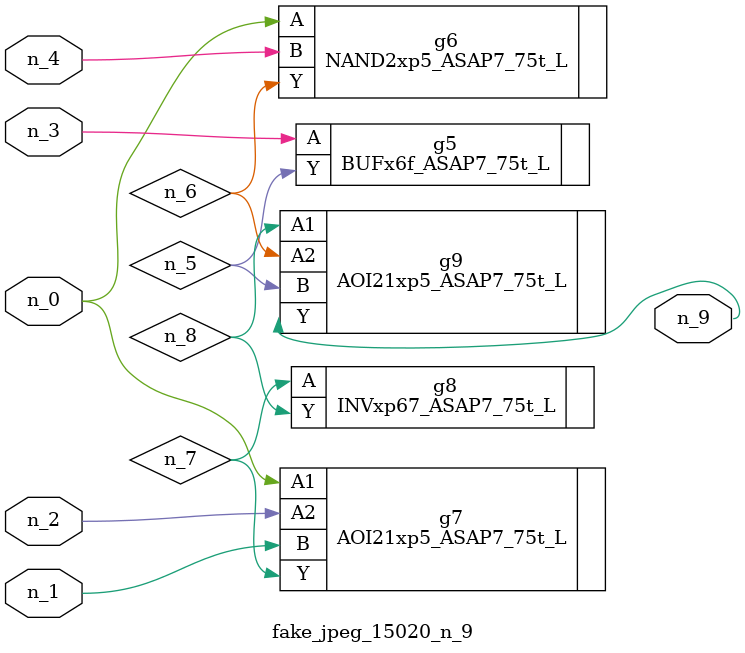
<source format=v>
module fake_jpeg_15020_n_9 (n_3, n_2, n_1, n_0, n_4, n_9);

input n_3;
input n_2;
input n_1;
input n_0;
input n_4;

output n_9;

wire n_8;
wire n_6;
wire n_5;
wire n_7;

BUFx6f_ASAP7_75t_L g5 ( 
.A(n_3),
.Y(n_5)
);

NAND2xp5_ASAP7_75t_L g6 ( 
.A(n_0),
.B(n_4),
.Y(n_6)
);

AOI21xp5_ASAP7_75t_L g7 ( 
.A1(n_0),
.A2(n_2),
.B(n_1),
.Y(n_7)
);

INVxp67_ASAP7_75t_L g8 ( 
.A(n_7),
.Y(n_8)
);

AOI21xp5_ASAP7_75t_L g9 ( 
.A1(n_8),
.A2(n_6),
.B(n_5),
.Y(n_9)
);


endmodule
</source>
